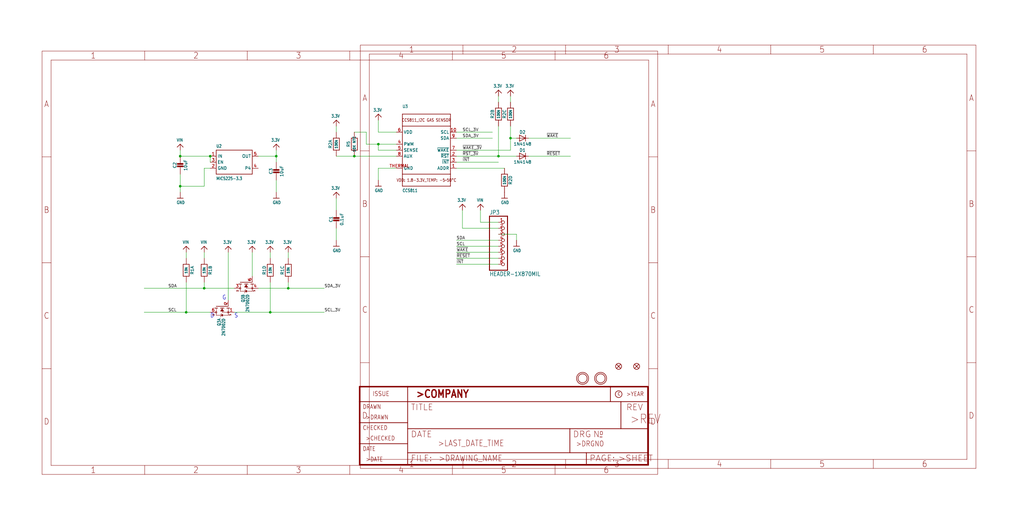
<source format=kicad_sch>
(kicad_sch (version 20211123) (generator eeschema)
  (paper "User" 433.07 220.421)
  (lib_symbols
    (symbol "schematicEagle-eagle-import:3.3V" (power)
      (property "Value" "3.3V" (at -1.524 1.016 0))
      (symbol "3.3V_1_0"
        (polyline (pts (xy -1.27 -1.27) (xy 0 0)) (stroke (width 0.254)))
        (polyline (pts (xy 0 0) (xy 1.27 -1.27)) (stroke (width 0.254)))
        (pin power_in line (at 0 -2.54 90) (length 2.54) (name "3.3V") (number "1"))
      )
    )
    (symbol "schematicEagle-eagle-import:CAP_CERAMIC0603_NO"
      (property "Reference" "C" (at -2.29 1.25 90))
      (property "Value" "CAP_CERAMIC0603_NO" (at 2.3 1.25 90))
      (symbol "CAP_CERAMIC0603_NO_1_0"
        (rectangle (start -1.27 0.508) (end 1.27 1.016) (fill (type outline)))
        (rectangle (start -1.27 1.524) (end 1.27 2.032) (fill (type outline)))
        (polyline (pts (xy 0 0.762) (xy 0 0)) (stroke (width 0.1524)))
        (polyline (pts (xy 0 2.54) (xy 0 1.778)) (stroke (width 0.1524)))
        (pin passive line (at 0 5.08 270) (length 2.54) (name "1") (number "1"))
        (pin passive line (at 0 -2.54 90) (length 2.54) (name "2") (number "2"))
      )
    )
    (symbol "schematicEagle-eagle-import:CAP_CERAMIC0805-NOOUTLINE"
      (property "Reference" "C" (at -2.29 1.25 90))
      (property "Value" "CAP_CERAMIC0805-NOOUTLINE" (at 2.3 1.25 90))
      (symbol "CAP_CERAMIC0805-NOOUTLINE_1_0"
        (rectangle (start -1.27 0.508) (end 1.27 1.016) (fill (type outline)))
        (rectangle (start -1.27 1.524) (end 1.27 2.032) (fill (type outline)))
        (polyline (pts (xy 0 0.762) (xy 0 0)) (stroke (width 0.1524)))
        (polyline (pts (xy 0 2.54) (xy 0 1.778)) (stroke (width 0.1524)))
        (pin passive line (at 0 5.08 270) (length 2.54) (name "1") (number "1"))
        (pin passive line (at 0 -2.54 90) (length 2.54) (name "2") (number "2"))
      )
    )
    (symbol "schematicEagle-eagle-import:CCS811"
      (property "Reference" "U" (at -10.16 17.78 0))
      (property "Value" "CCS811" (at -10.16 -17.78 0))
      (symbol "CCS811_1_0"
        (polyline (pts (xy -10.16 -15.24) (xy 10.16 -15.24)) (stroke (width 0.254)))
        (polyline (pts (xy -10.16 -10.16) (xy -10.16 -15.24)) (stroke (width 0.254)))
        (polyline (pts (xy -10.16 -10.16) (xy -10.16 10.16)) (stroke (width 0.254)))
        (polyline (pts (xy -10.16 10.16) (xy -10.16 15.24)) (stroke (width 0.254)))
        (polyline (pts (xy -10.16 10.16) (xy 10.16 10.16)) (stroke (width 0.254)))
        (polyline (pts (xy -10.16 15.24) (xy 10.16 15.24)) (stroke (width 0.254)))
        (polyline (pts (xy 10.16 -15.24) (xy 10.16 -10.16)) (stroke (width 0.254)))
        (polyline (pts (xy 10.16 -10.16) (xy -10.16 -10.16)) (stroke (width 0.254)))
        (polyline (pts (xy 10.16 10.16) (xy 10.16 -10.16)) (stroke (width 0.254)))
        (polyline (pts (xy 10.16 15.24) (xy 10.16 10.16)) (stroke (width 0.254)))
        (text "CCS811_I2C GAS SENSOR" (at 0 12.7 0) (effects (font (size 1.27 1.0795))))
        (text "VDD: 1.8-3.3V_TEMP: -5~50°C" (at 0 -12.7 0) (effects (font (size 1.27 1.0795))))
        (pin input line (at 12.7 -7.62 180) (length 2.54) (name "ADDR") (number "1"))
        (pin bidirectional line (at 12.7 7.62 180) (length 2.54) (name "SCL") (number "10"))
        (pin input line (at 12.7 -2.54 180) (length 2.54) (name "~{RST}") (number "2"))
        (pin output line (at 12.7 -5.08 180) (length 2.54) (name "~{INT}") (number "3"))
        (pin output line (at -12.7 2.54 0) (length 2.54) (name "PWM") (number "4"))
        (pin input line (at -12.7 0 0) (length 2.54) (name "SENSE") (number "5"))
        (pin power_in line (at -12.7 7.62 0) (length 2.54) (name "VDD") (number "6"))
        (pin input line (at 12.7 0 180) (length 2.54) (name "~{WAKE}") (number "7"))
        (pin passive line (at -12.7 -2.54 0) (length 2.54) (name "AUX") (number "8"))
        (pin bidirectional line (at 12.7 5.08 180) (length 2.54) (name "SDA") (number "9"))
        (pin power_in line (at -12.7 -7.62 0) (length 2.54) (name "GND") (number "THERMAL"))
      )
    )
    (symbol "schematicEagle-eagle-import:DIODESOD-323"
      (property "Reference" "D" (at 0 2.54 0))
      (property "Value" "DIODESOD-323" (at 0 -2.5 0))
      (symbol "DIODESOD-323_1_0"
        (polyline (pts (xy -1.27 -1.27) (xy 1.27 0)) (stroke (width 0.254)))
        (polyline (pts (xy -1.27 1.27) (xy -1.27 -1.27)) (stroke (width 0.254)))
        (polyline (pts (xy 1.27 0) (xy -1.27 1.27)) (stroke (width 0.254)))
        (polyline (pts (xy 1.27 0) (xy 1.27 -1.27)) (stroke (width 0.254)))
        (polyline (pts (xy 1.27 1.27) (xy 1.27 0)) (stroke (width 0.254)))
        (pin passive line (at -2.54 0 0) (length 2.54) (name "A") (number "A"))
        (pin passive line (at 2.54 0 180) (length 2.54) (name "C") (number "C"))
      )
    )
    (symbol "schematicEagle-eagle-import:FIDUCIAL_1MM"
      (symbol "FIDUCIAL_1MM_1_0"
        (polyline (pts (xy -0.762 0.762) (xy 0.762 -0.762)) (stroke (width 0.254)))
        (polyline (pts (xy 0.762 0.762) (xy -0.762 -0.762)) (stroke (width 0.254)))
        (circle (center 0 0) (radius 1.27) (stroke (width 0.254)))
      )
    )
    (symbol "schematicEagle-eagle-import:FRAME_A4"
      (symbol "FRAME_A4_0_0"
        (polyline (pts (xy 0 44.7675) (xy 3.81 44.7675)))
        (polyline (pts (xy 0 89.535) (xy 3.81 89.535)))
        (polyline (pts (xy 0 134.3025) (xy 3.81 134.3025)))
        (polyline (pts (xy 3.81 3.81) (xy 3.81 175.26)))
        (polyline (pts (xy 43.3917 0) (xy 43.3917 3.81)))
        (polyline (pts (xy 43.3917 175.26) (xy 43.3917 179.07)))
        (polyline (pts (xy 86.7833 0) (xy 86.7833 3.81)))
        (polyline (pts (xy 86.7833 175.26) (xy 86.7833 179.07)))
        (polyline (pts (xy 130.175 0) (xy 130.175 3.81)))
        (polyline (pts (xy 130.175 175.26) (xy 130.175 179.07)))
        (polyline (pts (xy 173.5667 0) (xy 173.5667 3.81)))
        (polyline (pts (xy 173.5667 175.26) (xy 173.5667 179.07)))
        (polyline (pts (xy 216.9583 0) (xy 216.9583 3.81)))
        (polyline (pts (xy 216.9583 175.26) (xy 216.9583 179.07)))
        (polyline (pts (xy 256.54 3.81) (xy 3.81 3.81)))
        (polyline (pts (xy 256.54 3.81) (xy 256.54 175.26)))
        (polyline (pts (xy 256.54 44.7675) (xy 260.35 44.7675)))
        (polyline (pts (xy 256.54 89.535) (xy 260.35 89.535)))
        (polyline (pts (xy 256.54 134.3025) (xy 260.35 134.3025)))
        (polyline (pts (xy 256.54 175.26) (xy 3.81 175.26)))
        (polyline (pts (xy 0 0) (xy 260.35 0) (xy 260.35 179.07) (xy 0 179.07) (xy 0 0)))
        (text "1" (at 21.6958 1.905 0) (effects (font (size 2.54 2.286))))
        (text "1" (at 21.6958 177.165 0) (effects (font (size 2.54 2.286))))
        (text "2" (at 65.0875 1.905 0) (effects (font (size 2.54 2.286))))
        (text "2" (at 65.0875 177.165 0) (effects (font (size 2.54 2.286))))
        (text "3" (at 108.4792 1.905 0) (effects (font (size 2.54 2.286))))
        (text "3" (at 108.4792 177.165 0) (effects (font (size 2.54 2.286))))
        (text "4" (at 151.8708 1.905 0) (effects (font (size 2.54 2.286))))
        (text "4" (at 151.8708 177.165 0) (effects (font (size 2.54 2.286))))
        (text "5" (at 195.2625 1.905 0) (effects (font (size 2.54 2.286))))
        (text "5" (at 195.2625 177.165 0) (effects (font (size 2.54 2.286))))
        (text "6" (at 238.6542 1.905 0) (effects (font (size 2.54 2.286))))
        (text "6" (at 238.6542 177.165 0) (effects (font (size 2.54 2.286))))
        (text "A" (at 1.905 156.6863 0) (effects (font (size 2.54 2.286))))
        (text "A" (at 258.445 156.6863 0) (effects (font (size 2.54 2.286))))
        (text "B" (at 1.905 111.9188 0) (effects (font (size 2.54 2.286))))
        (text "B" (at 258.445 111.9188 0) (effects (font (size 2.54 2.286))))
        (text "C" (at 1.905 67.1513 0) (effects (font (size 2.54 2.286))))
        (text "C" (at 258.445 67.1513 0) (effects (font (size 2.54 2.286))))
        (text "D" (at 1.905 22.3838 0) (effects (font (size 2.54 2.286))))
        (text "D" (at 258.445 22.3838 0) (effects (font (size 2.54 2.286))))
      )
      (symbol "FRAME_A4_1_0"
        (polyline (pts (xy 256.54 3.81) (xy 256.54 8.89)) (stroke (width 0.1016)))
        (polyline (pts (xy 256.54 8.89) (xy 256.54 13.97)) (stroke (width 0.1016)))
        (polyline (pts (xy 256.54 13.97) (xy 256.54 19.05)) (stroke (width 0.1016)))
        (polyline (pts (xy 256.54 19.05) (xy 256.54 36.83)) (stroke (width 0.1016)))
      )
      (symbol "FRAME_A4_2_0"
        (polyline (pts (xy -0.3048 1.5748) (xy 20.0152 1.5748)) (stroke (width 0.6096)))
        (polyline (pts (xy -0.3048 10.4648) (xy -0.3048 1.5748)) (stroke (width 0.6096)))
        (polyline (pts (xy -0.3048 10.4648) (xy 20.0152 10.4648)) (stroke (width 0.3048)))
        (polyline (pts (xy -0.3048 19.3548) (xy -0.3048 10.4648)) (stroke (width 0.6096)))
        (polyline (pts (xy -0.3048 19.3548) (xy 20.0152 19.3548)) (stroke (width 0.3048)))
        (polyline (pts (xy -0.3048 28.2448) (xy -0.3048 19.3548)) (stroke (width 0.6096)))
        (polyline (pts (xy -0.3048 28.2448) (xy 20.0152 28.2448)) (stroke (width 0.3048)))
        (polyline (pts (xy -0.3048 34.5948) (xy -0.3048 28.2448)) (stroke (width 0.6096)))
        (polyline (pts (xy 20.0152 1.5748) (xy 20.0152 6.6548)) (stroke (width 0.3048)))
        (polyline (pts (xy 20.0152 1.5748) (xy 95.5802 1.5748)) (stroke (width 0.6096)))
        (polyline (pts (xy 20.0152 6.6548) (xy 20.0152 10.4648)) (stroke (width 0.3048)))
        (polyline (pts (xy 20.0152 6.6548) (xy 88.5952 6.6548)) (stroke (width 0.3048)))
        (polyline (pts (xy 20.0152 10.4648) (xy 20.0152 16.8148)) (stroke (width 0.3048)))
        (polyline (pts (xy 20.0152 16.8148) (xy 20.0152 19.3548)) (stroke (width 0.3048)))
        (polyline (pts (xy 20.0152 19.3548) (xy 20.0152 28.2448)) (stroke (width 0.3048)))
        (polyline (pts (xy 20.0152 28.2448) (xy 20.0152 34.5948)) (stroke (width 0.3048)))
        (polyline (pts (xy 20.0152 28.2448) (xy 105.7402 28.2448)) (stroke (width 0.3048)))
        (polyline (pts (xy 20.0152 34.5948) (xy -0.3048 34.5948)) (stroke (width 0.6096)))
        (polyline (pts (xy 88.5952 6.6548) (xy 95.5802 6.6548)) (stroke (width 0.3048)))
        (polyline (pts (xy 88.5952 16.8148) (xy 20.0152 16.8148)) (stroke (width 0.3048)))
        (polyline (pts (xy 88.5952 16.8148) (xy 88.5952 6.6548)) (stroke (width 0.3048)))
        (polyline (pts (xy 95.5802 1.5748) (xy 121.6152 1.5748)) (stroke (width 0.6096)))
        (polyline (pts (xy 95.5802 6.6548) (xy 95.5802 1.5748)) (stroke (width 0.3048)))
        (polyline (pts (xy 95.5802 6.6548) (xy 121.6152 6.6548)) (stroke (width 0.3048)))
        (polyline (pts (xy 101.2952 13.3223) (xy 102.2477 13.3223)) (stroke (width 0.254)))
        (polyline (pts (xy 105.7402 28.2448) (xy 105.7402 34.5948)) (stroke (width 0.3048)))
        (polyline (pts (xy 105.7402 28.2448) (xy 110.1852 28.2448)) (stroke (width 0.3048)))
        (polyline (pts (xy 105.7402 34.5948) (xy 20.0152 34.5948)) (stroke (width 0.6096)))
        (polyline (pts (xy 110.1852 16.8148) (xy 88.5952 16.8148)) (stroke (width 0.3048)))
        (polyline (pts (xy 110.1852 28.2448) (xy 110.1852 16.8148)) (stroke (width 0.3048)))
        (polyline (pts (xy 110.1852 28.2448) (xy 121.6152 28.2448)) (stroke (width 0.3048)))
        (polyline (pts (xy 121.6152 6.6548) (xy 121.6152 1.5748)) (stroke (width 0.6096)))
        (polyline (pts (xy 121.6152 16.8148) (xy 110.1852 16.8148)) (stroke (width 0.3048)))
        (polyline (pts (xy 121.6152 16.8148) (xy 121.6152 6.6548)) (stroke (width 0.6096)))
        (polyline (pts (xy 121.6152 28.2448) (xy 121.6152 16.8148)) (stroke (width 0.6096)))
        (polyline (pts (xy 121.6152 34.5948) (xy 105.7402 34.5948)) (stroke (width 0.6096)))
        (polyline (pts (xy 121.6152 34.5948) (xy 121.6152 28.2448)) (stroke (width 0.6096)))
        (circle (center 109.2327 31.4198) (radius 1.4199) (stroke (width 0.254)))
        (text ">CHECKED" (at 2.2352 11.7348 0) (effects (font (size 1.778 1.5113)) (justify left bottom)))
        (text ">COMPANY" (at 23.349 29.6735 0) (effects (font (size 3.175 2.6987) (thickness 0.5397) bold) (justify left bottom)))
        (text ">DATE" (at 2.2352 2.8448 0) (effects (font (size 1.778 1.5113)) (justify left bottom)))
        (text ">DRAWING_NAME" (at 33.0327 2.8448 0) (effects (font (size 2.54 2.159)) (justify left bottom)))
        (text ">DRAWN" (at 2.2352 20.6248 0) (effects (font (size 1.778 1.5113)) (justify left bottom)))
        (text ">DRGNO" (at 91.1352 9.1948 0) (effects (font (size 2.1844 1.8567)) (justify left bottom)))
        (text ">LAST_DATE_TIME" (at 32.7152 9.1948 0) (effects (font (size 2.54 2.159)) (justify left bottom)))
        (text ">REV" (at 113.9952 18.7198 0) (effects (font (size 3.81 3.2385)) (justify left bottom)))
        (text ">SHEET" (at 108.9152 2.8448 0) (effects (font (size 2.54 2.54)) (justify left bottom)))
        (text ">YEAR" (at 112.4077 30.4673 0) (effects (font (size 1.778 1.5113)) (justify left bottom)))
        (text "C" (at 108.7564 30.7848 0) (effects (font (size 1.27 1.0795)) (justify left bottom)))
        (text "CHECKED" (at 0.9652 16.1798 0) (effects (font (size 1.778 1.5113)) (justify left bottom)))
        (text "DATE" (at 0.9652 7.2898 0) (effects (font (size 1.778 1.5113)) (justify left bottom)))
        (text "DATE" (at 21.2852 13.0048 0) (effects (font (size 2.54 2.54)) (justify left bottom)))
        (text "DRAWN" (at 0.9652 25.0698 0) (effects (font (size 1.778 1.5113)) (justify left bottom)))
        (text "DRG" (at 89.8652 13.0048 0) (effects (font (size 2.54 2.54)) (justify left bottom)))
        (text "FILE:" (at 21.2852 2.8448 0) (effects (font (size 2.54 2.54)) (justify left bottom)))
        (text "ISSUE" (at 5.0927 30.4673 0) (effects (font (size 1.9304 1.6408)) (justify left bottom)))
        (text "N" (at 98.4377 13.0048 0) (effects (font (size 2.54 2.54)) (justify left bottom)))
        (text "o" (at 100.9777 13.9573 0) (effects (font (size 2.1844 1.8567)) (justify left bottom)))
        (text "PAGE:" (at 96.8502 2.8448 0) (effects (font (size 2.54 2.54)) (justify left bottom)))
        (text "REV" (at 112.4077 24.4348 0) (effects (font (size 2.54 2.54)) (justify left bottom)))
        (text "TITLE" (at 21.2852 24.4348 0) (effects (font (size 2.54 2.54)) (justify left bottom)))
      )
    )
    (symbol "schematicEagle-eagle-import:GND" (power)
      (property "Value" "GND" (at -1.524 -2.54 0))
      (symbol "GND_1_0"
        (polyline (pts (xy -1.27 0) (xy 1.27 0)) (stroke (width 0.254)))
        (pin power_in line (at 0 2.54 270) (length 2.54) (name "GND") (number "1"))
      )
    )
    (symbol "schematicEagle-eagle-import:HEADER-1X870MIL"
      (property "Reference" "JP" (at -6.35 13.335 0))
      (property "Value" "HEADER-1X870MIL" (at -6.35 -12.7 0))
      (symbol "HEADER-1X870MIL_1_0"
        (polyline (pts (xy -6.35 -10.16) (xy 1.27 -10.16)) (stroke (width 0.4064)))
        (polyline (pts (xy -6.35 12.7) (xy -6.35 -10.16)) (stroke (width 0.4064)))
        (polyline (pts (xy 1.27 -10.16) (xy 1.27 12.7)) (stroke (width 0.4064)))
        (polyline (pts (xy 1.27 12.7) (xy -6.35 12.7)) (stroke (width 0.4064)))
        (pin passive inverted (at -2.54 10.16 0) (length 2.54) (name "1") (number "1"))
        (pin passive inverted (at -2.54 7.62 0) (length 2.54) (name "2") (number "2"))
        (pin passive inverted (at -2.54 5.08 0) (length 2.54) (name "3") (number "3"))
        (pin passive inverted (at -2.54 2.54 0) (length 2.54) (name "4") (number "4"))
        (pin passive inverted (at -2.54 0 0) (length 2.54) (name "5") (number "5"))
        (pin passive inverted (at -2.54 -2.54 0) (length 2.54) (name "6") (number "6"))
        (pin passive inverted (at -2.54 -5.08 0) (length 2.54) (name "7") (number "7"))
        (pin passive inverted (at -2.54 -7.62 0) (length 2.54) (name "8") (number "8"))
      )
    )
    (symbol "schematicEagle-eagle-import:MOSFET-N_DUAL"
      (property "Reference" "Q" (at 5.08 0.635 0))
      (property "Value" "MOSFET-N_DUAL" (at 5.08 -1.27 0))
      (symbol "MOSFET-N_DUAL_1_0"
        (polyline (pts (xy 0 2.54) (xy 0 -2.54)) (stroke (width 0.254)))
        (polyline (pts (xy 0.762 -2.54) (xy 0.762 -3.175)) (stroke (width 0.254)))
        (polyline (pts (xy 0.762 -1.905) (xy 0.762 -2.54)) (stroke (width 0.254)))
        (polyline (pts (xy 0.762 0) (xy 0.762 -0.762)) (stroke (width 0.254)))
        (polyline (pts (xy 0.762 0) (xy 2.54 0)) (stroke (width 0.1524)))
        (polyline (pts (xy 0.762 0.762) (xy 0.762 0)) (stroke (width 0.254)))
        (polyline (pts (xy 0.762 2.54) (xy 0.762 1.905)) (stroke (width 0.254)))
        (polyline (pts (xy 0.762 2.54) (xy 3.81 2.54)) (stroke (width 0.1524)))
        (polyline (pts (xy 0.762 3.175) (xy 0.762 2.54)) (stroke (width 0.254)))
        (polyline (pts (xy 2.54 -2.54) (xy 0.762 -2.54)) (stroke (width 0.1524)))
        (polyline (pts (xy 2.54 -2.54) (xy 3.81 -2.54)) (stroke (width 0.1524)))
        (polyline (pts (xy 2.54 0) (xy 2.54 -2.54)) (stroke (width 0.1524)))
        (polyline (pts (xy 3.302 0.508) (xy 3.048 0.254)) (stroke (width 0.1524)))
        (polyline (pts (xy 3.81 0.508) (xy 3.302 0.508)) (stroke (width 0.1524)))
        (polyline (pts (xy 3.81 0.508) (xy 3.81 -2.54)) (stroke (width 0.1524)))
        (polyline (pts (xy 3.81 2.54) (xy 3.81 0.508)) (stroke (width 0.1524)))
        (polyline (pts (xy 4.318 0.508) (xy 3.81 0.508)) (stroke (width 0.1524)))
        (polyline (pts (xy 4.572 0.762) (xy 4.318 0.508)) (stroke (width 0.1524)))
        (polyline (pts (xy 1.016 0) (xy 2.032 0.762) (xy 2.032 -0.762)) (fill (type outline)))
        (polyline (pts (xy 3.81 0.508) (xy 3.302 -0.254) (xy 4.318 -0.254)) (fill (type outline)))
        (circle (center 2.54 -2.54) (radius 0.3592))
        (circle (center 2.54 2.54) (radius 0.3592))
        (text "D" (at 3.175 3.175 0) (effects (font (size 0.8128 0.6908)) (justify left bottom)))
        (text "G" (at -1.27 -1.905 0) (effects (font (size 0.8128 0.6908)) (justify left bottom)))
        (text "S" (at 3.175 -3.81 0) (effects (font (size 0.8128 0.6908)) (justify left bottom)))
        (pin bidirectional line (at 2.54 -5.08 90) (length 2.54) (name "S") (number "1"))
        (pin bidirectional line (at -2.54 -2.54 0) (length 2.54) (name "G") (number "2"))
        (pin bidirectional line (at 2.54 5.08 270) (length 2.54) (name "D") (number "6"))
      )
      (symbol "MOSFET-N_DUAL_2_0"
        (polyline (pts (xy 0 2.54) (xy 0 -2.54)) (stroke (width 0.254)))
        (polyline (pts (xy 0.762 -2.54) (xy 0.762 -3.175)) (stroke (width 0.254)))
        (polyline (pts (xy 0.762 -1.905) (xy 0.762 -2.54)) (stroke (width 0.254)))
        (polyline (pts (xy 0.762 0) (xy 0.762 -0.762)) (stroke (width 0.254)))
        (polyline (pts (xy 0.762 0) (xy 2.54 0)) (stroke (width 0.1524)))
        (polyline (pts (xy 0.762 0.762) (xy 0.762 0)) (stroke (width 0.254)))
        (polyline (pts (xy 0.762 2.54) (xy 0.762 1.905)) (stroke (width 0.254)))
        (polyline (pts (xy 0.762 2.54) (xy 3.81 2.54)) (stroke (width 0.1524)))
        (polyline (pts (xy 0.762 3.175) (xy 0.762 2.54)) (stroke (width 0.254)))
        (polyline (pts (xy 2.54 -2.54) (xy 0.762 -2.54)) (stroke (width 0.1524)))
        (polyline (pts (xy 2.54 -2.54) (xy 3.81 -2.54)) (stroke (width 0.1524)))
        (polyline (pts (xy 2.54 0) (xy 2.54 -2.54)) (stroke (width 0.1524)))
        (polyline (pts (xy 3.302 0.508) (xy 3.048 0.254)) (stroke (width 0.1524)))
        (polyline (pts (xy 3.81 0.508) (xy 3.302 0.508)) (stroke (width 0.1524)))
        (polyline (pts (xy 3.81 0.508) (xy 3.81 -2.54)) (stroke (width 0.1524)))
        (polyline (pts (xy 3.81 2.54) (xy 3.81 0.508)) (stroke (width 0.1524)))
        (polyline (pts (xy 4.318 0.508) (xy 3.81 0.508)) (stroke (width 0.1524)))
        (polyline (pts (xy 4.572 0.762) (xy 4.318 0.508)) (stroke (width 0.1524)))
        (polyline (pts (xy 1.016 0) (xy 2.032 0.762) (xy 2.032 -0.762)) (fill (type outline)))
        (polyline (pts (xy 3.81 0.508) (xy 3.302 -0.254) (xy 4.318 -0.254)) (fill (type outline)))
        (circle (center 2.54 -2.54) (radius 0.3592))
        (circle (center 2.54 2.54) (radius 0.3592))
        (text "D" (at 3.175 3.175 0) (effects (font (size 0.8128 0.6908)) (justify left bottom)))
        (text "G" (at -1.27 -1.905 0) (effects (font (size 0.8128 0.6908)) (justify left bottom)))
        (text "S" (at 3.175 -3.81 0) (effects (font (size 0.8128 0.6908)) (justify left bottom)))
        (pin bidirectional line (at 2.54 5.08 270) (length 2.54) (name "D") (number "3"))
        (pin bidirectional line (at 2.54 -5.08 90) (length 2.54) (name "S") (number "4"))
        (pin bidirectional line (at -2.54 -2.54 0) (length 2.54) (name "G") (number "5"))
      )
    )
    (symbol "schematicEagle-eagle-import:MOUNTINGHOLE2.5"
      (symbol "MOUNTINGHOLE2.5_1_0"
        (circle (center 0 0) (radius 1.905) (stroke (width 0.254)))
        (circle (center 0 0) (radius 2.54) (stroke (width 0.254)))
      )
    )
    (symbol "schematicEagle-eagle-import:RESISTOR_0402"
      (property "Reference" "R" (at 0 2.54 0))
      (property "Value" "RESISTOR_0402" (at 0 0 0))
      (symbol "RESISTOR_0402_1_0"
        (polyline (pts (xy -2.54 -1.27) (xy -2.54 1.27)) (stroke (width 0.254)))
        (polyline (pts (xy -2.54 1.27) (xy 2.54 1.27)) (stroke (width 0.254)))
        (polyline (pts (xy 2.54 -1.27) (xy -2.54 -1.27)) (stroke (width 0.254)))
        (polyline (pts (xy 2.54 1.27) (xy 2.54 -1.27)) (stroke (width 0.254)))
        (pin passive line (at -5.08 0 0) (length 2.54) (name "1") (number "1"))
        (pin passive line (at 5.08 0 180) (length 2.54) (name "2") (number "2"))
      )
    )
    (symbol "schematicEagle-eagle-import:RESISTOR_4PACK"
      (property "Reference" "R" (at 0 2.54 0))
      (property "Value" "RESISTOR_4PACK" (at 0 0 0))
      (symbol "RESISTOR_4PACK_1_0"
        (polyline (pts (xy -2.54 -1.27) (xy -2.54 1.27)) (stroke (width 0.254)))
        (polyline (pts (xy -2.54 1.27) (xy 2.54 1.27)) (stroke (width 0.254)))
        (polyline (pts (xy 2.54 -1.27) (xy -2.54 -1.27)) (stroke (width 0.254)))
        (polyline (pts (xy 2.54 1.27) (xy 2.54 -1.27)) (stroke (width 0.254)))
        (pin passive line (at -5.08 0 0) (length 2.54) (name "1") (number "1"))
        (pin passive line (at 5.08 0 180) (length 2.54) (name "2") (number "8"))
      )
      (symbol "RESISTOR_4PACK_2_0"
        (polyline (pts (xy -2.54 -1.27) (xy -2.54 1.27)) (stroke (width 0.254)))
        (polyline (pts (xy -2.54 1.27) (xy 2.54 1.27)) (stroke (width 0.254)))
        (polyline (pts (xy 2.54 -1.27) (xy -2.54 -1.27)) (stroke (width 0.254)))
        (polyline (pts (xy 2.54 1.27) (xy 2.54 -1.27)) (stroke (width 0.254)))
        (pin passive line (at -5.08 0 0) (length 2.54) (name "1") (number "2"))
        (pin passive line (at 5.08 0 180) (length 2.54) (name "2") (number "7"))
      )
      (symbol "RESISTOR_4PACK_3_0"
        (polyline (pts (xy -2.54 -1.27) (xy -2.54 1.27)) (stroke (width 0.254)))
        (polyline (pts (xy -2.54 1.27) (xy 2.54 1.27)) (stroke (width 0.254)))
        (polyline (pts (xy 2.54 -1.27) (xy -2.54 -1.27)) (stroke (width 0.254)))
        (polyline (pts (xy 2.54 1.27) (xy 2.54 -1.27)) (stroke (width 0.254)))
        (pin passive line (at -5.08 0 0) (length 2.54) (name "1") (number "3"))
        (pin passive line (at 5.08 0 180) (length 2.54) (name "2") (number "6"))
      )
      (symbol "RESISTOR_4PACK_4_0"
        (polyline (pts (xy -2.54 -1.27) (xy -2.54 1.27)) (stroke (width 0.254)))
        (polyline (pts (xy -2.54 1.27) (xy 2.54 1.27)) (stroke (width 0.254)))
        (polyline (pts (xy 2.54 -1.27) (xy -2.54 -1.27)) (stroke (width 0.254)))
        (polyline (pts (xy 2.54 1.27) (xy 2.54 -1.27)) (stroke (width 0.254)))
        (pin passive line (at -5.08 0 0) (length 2.54) (name "1") (number "4"))
        (pin passive line (at 5.08 0 180) (length 2.54) (name "2") (number "5"))
      )
    )
    (symbol "schematicEagle-eagle-import:VIN" (power)
      (property "Value" "VIN" (at -1.524 1.016 0))
      (symbol "VIN_1_0"
        (polyline (pts (xy -1.27 -1.27) (xy 0 0)) (stroke (width 0.254)))
        (polyline (pts (xy 0 0) (xy 1.27 -1.27)) (stroke (width 0.254)))
        (pin power_in line (at 0 -2.54 90) (length 2.54) (name "VIN") (number "1"))
      )
    )
    (symbol "schematicEagle-eagle-import:VREG_SOT23-5"
      (property "Reference" "U" (at -7.62 6.096 0))
      (property "Value" "VREG_SOT23-5" (at -7.62 -7.62 0))
      (symbol "VREG_SOT23-5_1_0"
        (polyline (pts (xy -7.62 -5.08) (xy -7.62 5.08)) (stroke (width 0.254)))
        (polyline (pts (xy -7.62 5.08) (xy 7.62 5.08)) (stroke (width 0.254)))
        (polyline (pts (xy 7.62 -5.08) (xy -7.62 -5.08)) (stroke (width 0.254)))
        (polyline (pts (xy 7.62 5.08) (xy 7.62 -5.08)) (stroke (width 0.254)))
        (pin power_in line (at -10.16 2.54 0) (length 2.54) (name "IN") (number "1"))
        (pin power_in line (at -10.16 -2.54 0) (length 2.54) (name "GND") (number "2"))
        (pin input line (at -10.16 0 0) (length 2.54) (name "EN") (number "3"))
        (pin bidirectional line (at 10.16 -2.54 180) (length 2.54) (name "P4") (number "4"))
        (pin power_in line (at 10.16 2.54 180) (length 2.54) (name "OUT") (number "5"))
      )
    )
  )
  (junction (at 116.84 66.04))
  (junction (at 160.02 60.96))
  (junction (at 210.82 66.04))
  (junction (at 88.9 66.04))
  (junction (at 76.2 66.04))
  (junction (at 149.86 66.04))
  (junction (at 114.3 132.08))
  (junction (at 215.9 58.42))
  (junction (at 121.92 121.92))
  (junction (at 76.2 78.74))
  (junction (at 86.36 121.92))
  (junction (at 78.74 132.08))
  (wire (pts (xy 160.02 60.96) (xy 160.02 63.5)))
  (wire (pts (xy 193.04 68.58) (xy 210.82 68.58)))
  (wire (pts (xy 86.36 78.74) (xy 76.2 78.74)))
  (wire (pts (xy 76.2 78.74) (xy 76.2 81.28)))
  (wire (pts (xy 106.68 116.84) (xy 106.68 106.68)))
  (wire (pts (xy 210.82 66.04) (xy 218.44 66.04)))
  (wire (pts (xy 76.2 78.74) (xy 76.2 73.66)))
  (wire (pts (xy 223.52 58.42) (xy 241.3 58.42)))
  (wire (pts (xy 142.24 83.82) (xy 142.24 88.9)))
  (wire (pts (xy 167.64 60.96) (xy 160.02 60.96)))
  (wire (pts (xy 195.58 96.52) (xy 195.58 88.9)))
  (wire (pts (xy 149.86 66.04) (xy 142.24 66.04)))
  (wire (pts (xy 116.84 66.04) (xy 116.84 68.58)))
  (wire (pts (xy 121.92 119.38) (xy 121.92 121.92)))
  (wire (pts (xy 86.36 119.38) (xy 86.36 121.92)))
  (wire (pts (xy 213.36 71.12) (xy 193.04 71.12)))
  (wire (pts (xy 167.64 55.88) (xy 160.02 55.88)))
  (wire (pts (xy 88.9 68.58) (xy 88.9 66.04)))
  (wire (pts (xy 160.02 63.5) (xy 167.64 63.5)))
  (wire (pts (xy 142.24 96.52) (xy 142.24 101.6)))
  (wire (pts (xy 96.52 127) (xy 96.52 106.68)))
  (wire (pts (xy 215.9 63.5) (xy 215.9 58.42)))
  (wire (pts (xy 86.36 109.22) (xy 86.36 106.68)))
  (wire (pts (xy 193.04 66.04) (xy 210.82 66.04)))
  (wire (pts (xy 160.02 55.88) (xy 160.02 50.8)))
  (wire (pts (xy 109.22 121.92) (xy 121.92 121.92)))
  (wire (pts (xy 88.9 71.12) (xy 86.36 71.12)))
  (wire (pts (xy 154.94 55.88) (xy 154.94 60.96)))
  (wire (pts (xy 76.2 63.5) (xy 76.2 66.04)))
  (wire (pts (xy 215.9 40.64) (xy 215.9 43.18)))
  (wire (pts (xy 215.9 58.42) (xy 218.44 58.42)))
  (wire (pts (xy 167.64 71.12) (xy 160.02 71.12)))
  (wire (pts (xy 210.82 109.22) (xy 193.04 109.22)))
  (wire (pts (xy 78.74 106.68) (xy 78.74 109.22)))
  (wire (pts (xy 88.9 132.08) (xy 78.74 132.08)))
  (wire (pts (xy 109.22 66.04) (xy 116.84 66.04)))
  (wire (pts (xy 208.28 55.88) (xy 193.04 55.88)))
  (wire (pts (xy 116.84 66.04) (xy 116.84 63.5)))
  (wire (pts (xy 121.92 121.92) (xy 137.16 121.92)))
  (wire (pts (xy 114.3 119.38) (xy 114.3 132.08)))
  (wire (pts (xy 210.82 53.34) (xy 210.82 66.04)))
  (wire (pts (xy 210.82 99.06) (xy 218.44 99.06)))
  (wire (pts (xy 193.04 104.14) (xy 210.82 104.14)))
  (wire (pts (xy 193.04 111.76) (xy 210.82 111.76)))
  (wire (pts (xy 193.04 63.5) (xy 215.9 63.5)))
  (wire (pts (xy 218.44 99.06) (xy 218.44 101.6)))
  (wire (pts (xy 114.3 132.08) (xy 137.16 132.08)))
  (wire (pts (xy 210.82 40.64) (xy 210.82 43.18)))
  (wire (pts (xy 193.04 101.6) (xy 210.82 101.6)))
  (wire (pts (xy 203.2 93.98) (xy 203.2 88.9)))
  (wire (pts (xy 210.82 96.52) (xy 195.58 96.52)))
  (wire (pts (xy 78.74 132.08) (xy 60.96 132.08)))
  (wire (pts (xy 86.36 71.12) (xy 86.36 78.74)))
  (wire (pts (xy 160.02 71.12) (xy 160.02 76.2)))
  (wire (pts (xy 223.52 66.04) (xy 241.3 66.04)))
  (wire (pts (xy 193.04 58.42) (xy 208.28 58.42)))
  (wire (pts (xy 167.64 66.04) (xy 149.86 66.04)))
  (wire (pts (xy 88.9 66.04) (xy 76.2 66.04)))
  (wire (pts (xy 149.86 55.88) (xy 154.94 55.88)))
  (wire (pts (xy 78.74 119.38) (xy 78.74 132.08)))
  (wire (pts (xy 116.84 76.2) (xy 116.84 81.28)))
  (wire (pts (xy 114.3 109.22) (xy 114.3 106.68)))
  (wire (pts (xy 142.24 55.88) (xy 142.24 53.34)))
  (wire (pts (xy 99.06 132.08) (xy 114.3 132.08)))
  (wire (pts (xy 154.94 60.96) (xy 160.02 60.96)))
  (wire (pts (xy 86.36 121.92) (xy 60.96 121.92)))
  (wire (pts (xy 99.06 121.92) (xy 86.36 121.92)))
  (wire (pts (xy 215.9 53.34) (xy 215.9 58.42)))
  (wire (pts (xy 210.82 93.98) (xy 203.2 93.98)))
  (wire (pts (xy 121.92 109.22) (xy 121.92 106.68)))
  (wire (pts (xy 210.82 106.68) (xy 193.04 106.68)))
  (text "D" (at 88.9 134.62 180) (effects (font (size 1.778 1.5113)) (justify left bottom)))
  (text "S" (at 99.06 134.62 180) (effects (font (size 1.778 1.5113)) (justify left bottom)))
  (text "G" (at 93.98 127 180) (effects (font (size 1.778 1.5113)) (justify left bottom)))
  (label "~{RESET}" (at 193.04 109.22 0) (effects (font (size 1.2446 1.2446))))
  (label "~{WAKE_3V}" (at 195.58 63.5 0) (effects (font (size 1.2446 1.2446))))
  (label "SDA_3V" (at 195.58 58.42 0) (effects (font (size 1.2446 1.2446))))
  (label "SCL_3V" (at 195.58 55.88 0) (effects (font (size 1.2446 1.2446))))
  (label "~{INT}" (at 193.04 111.76 0) (effects (font (size 1.2446 1.2446))))
  (label "SCL_3V" (at 137.16 132.08 0) (effects (font (size 1.2446 1.2446))))
  (label "~{WAKE}" (at 231.14 58.42 0) (effects (font (size 1.2446 1.2446))))
  (label "SDA" (at 71.12 121.92 0) (effects (font (size 1.2446 1.2446))))
  (label "~{WAKE}" (at 193.04 106.68 0) (effects (font (size 1.2446 1.2446))))
  (label "SCL" (at 71.12 132.08 0) (effects (font (size 1.2446 1.2446))))
  (label "SDA_3V" (at 137.16 121.92 0) (effects (font (size 1.2446 1.2446))))
  (label "~{RST_3V}" (at 195.58 66.04 0) (effects (font (size 1.2446 1.2446))))
  (label "~{RESET}" (at 231.14 66.04 0) (effects (font (size 1.2446 1.2446))))
  (label "SCL" (at 193.04 104.14 0) (effects (font (size 1.2446 1.2446))))
  (label "SDA" (at 193.04 101.6 0) (effects (font (size 1.2446 1.2446))))
  (label "~{INT}" (at 195.58 68.58 0) (effects (font (size 1.2446 1.2446))))
  (symbol (lib_id "schematicEagle-eagle-import:GND") (at 142.24 104.14 0) (unit 1)
    (property "Reference" "#U$6" (effects hide))
    (property "Value" "GND" (at 140.716 106.68 0) (effects (font (size 1.27 1.0795)) (justify left bottom)))
    (property "Footprint" "schematicEagle:" (effects hide))
  )
  (symbol (lib_id "schematicEagle-eagle-import:3.3V") (at 210.82 38.1 0) (mirror y) (unit 1)
    (property "Reference" "#U$24" (effects hide))
    (property "Value" "3.3V" (at 212.344 37.084 0) (effects (font (size 1.27 1.0795)) (justify left bottom)))
    (property "Footprint" "schematicEagle:" (effects hide))
  )
  (symbol (lib_id "schematicEagle-eagle-import:FRAME_A4") (at 152.4 198.12 0) (unit 2)
    (property "Reference" "#FRAME1" (effects hide))
    (property "Value" "FRAME_A4" (effects hide))
    (property "Footprint" "schematicEagle:" (effects hide))
  )
  (symbol (lib_id "schematicEagle-eagle-import:RESISTOR_4PACK") (at 213.36 76.2 270) (unit 4)
    (property "Reference" "R2" (at 215.9 76.2 0))
    (property "Value" "100k" (at 213.36 76.2 0) (effects (font (size 1.016 1.016) bold)))
    (property "Footprint" "schematicEagle:RESPACK_4X0603" (effects hide))
  )
  (symbol (lib_id "schematicEagle-eagle-import:VIN") (at 203.2 86.36 0) (unit 1)
    (property "Reference" "#U$21" (effects hide))
    (property "Value" "VIN" (at 201.676 85.344 0) (effects (font (size 1.27 1.0795)) (justify left bottom)))
    (property "Footprint" "schematicEagle:" (effects hide))
  )
  (symbol (lib_id "schematicEagle-eagle-import:3.3V") (at 195.58 86.36 0) (mirror y) (unit 1)
    (property "Reference" "#U$19" (effects hide))
    (property "Value" "3.3V" (at 197.104 85.344 0) (effects (font (size 1.27 1.0795)) (justify left bottom)))
    (property "Footprint" "schematicEagle:" (effects hide))
  )
  (symbol (lib_id "schematicEagle-eagle-import:MOSFET-N_DUAL") (at 93.98 129.54 90) (mirror x) (unit 1)
    (property "Reference" "Q3" (at 93.345 134.62 0) (effects (font (size 1.27 1.0795)) (justify left bottom)))
    (property "Value" "2N7002D" (at 95.25 134.62 0) (effects (font (size 1.27 1.0795)) (justify left bottom)))
    (property "Footprint" "schematicEagle:SOT363" (effects hide))
  )
  (symbol (lib_id "schematicEagle-eagle-import:GND") (at 213.36 83.82 0) (unit 1)
    (property "Reference" "#U$23" (effects hide))
    (property "Value" "GND" (at 211.836 86.36 0) (effects (font (size 1.27 1.0795)) (justify left bottom)))
    (property "Footprint" "schematicEagle:" (effects hide))
  )
  (symbol (lib_id "schematicEagle-eagle-import:CAP_CERAMIC0805-NOOUTLINE") (at 76.2 71.12 0) (unit 1)
    (property "Reference" "C2" (at 73.91 69.87 90))
    (property "Value" "10uF" (at 78.5 69.87 90))
    (property "Footprint" "schematicEagle:0805-NO" (effects hide))
  )
  (symbol (lib_id "schematicEagle-eagle-import:GND") (at 218.44 104.14 0) (unit 1)
    (property "Reference" "#U$7" (effects hide))
    (property "Value" "GND" (at 216.916 106.68 0) (effects (font (size 1.27 1.0795)) (justify left bottom)))
    (property "Footprint" "schematicEagle:" (effects hide))
  )
  (symbol (lib_id "schematicEagle-eagle-import:HEADER-1X870MIL") (at 213.36 104.14 0) (unit 1)
    (property "Reference" "JP3" (at 207.01 90.805 0) (effects (font (size 1.778 1.5113)) (justify left bottom)))
    (property "Value" "HEADER-1X870MIL" (at 207.01 116.84 0) (effects (font (size 1.778 1.5113)) (justify left bottom)))
    (property "Footprint" "schematicEagle:1X08_ROUND_70" (effects hide))
  )
  (symbol (lib_id "schematicEagle-eagle-import:DIODESOD-323") (at 220.98 66.04 0) (unit 1)
    (property "Reference" "D1" (at 220.98 63.5 0))
    (property "Value" "1N4148" (at 220.98 68.54 0))
    (property "Footprint" "schematicEagle:SOD-323" (effects hide))
  )
  (symbol (lib_id "schematicEagle-eagle-import:3.3V") (at 160.02 48.26 0) (mirror y) (unit 1)
    (property "Reference" "#U$22" (effects hide))
    (property "Value" "3.3V" (at 161.544 47.244 0) (effects (font (size 1.27 1.0795)) (justify left bottom)))
    (property "Footprint" "schematicEagle:" (effects hide))
  )
  (symbol (lib_id "schematicEagle-eagle-import:GND") (at 76.2 83.82 0) (unit 1)
    (property "Reference" "#U$13" (effects hide))
    (property "Value" "GND" (at 74.676 86.36 0) (effects (font (size 1.27 1.0795)) (justify left bottom)))
    (property "Footprint" "schematicEagle:" (effects hide))
  )
  (symbol (lib_id "schematicEagle-eagle-import:VIN") (at 78.74 104.14 0) (unit 1)
    (property "Reference" "#U$17" (effects hide))
    (property "Value" "VIN" (at 77.216 103.124 0) (effects (font (size 1.27 1.0795)) (justify left bottom)))
    (property "Footprint" "schematicEagle:" (effects hide))
  )
  (symbol (lib_id "schematicEagle-eagle-import:3.3V") (at 121.92 104.14 0) (mirror y) (unit 1)
    (property "Reference" "#U$10" (effects hide))
    (property "Value" "3.3V" (at 123.444 103.124 0) (effects (font (size 1.27 1.0795)) (justify left bottom)))
    (property "Footprint" "schematicEagle:" (effects hide))
  )
  (symbol (lib_id "schematicEagle-eagle-import:VIN") (at 86.36 104.14 0) (unit 1)
    (property "Reference" "#U$16" (effects hide))
    (property "Value" "VIN" (at 84.836 103.124 0) (effects (font (size 1.27 1.0795)) (justify left bottom)))
    (property "Footprint" "schematicEagle:" (effects hide))
  )
  (symbol (lib_id "schematicEagle-eagle-import:RESISTOR_4PACK") (at 114.3 114.3 90) (mirror x) (unit 4)
    (property "Reference" "R1" (at 111.76 114.3 0))
    (property "Value" "10k" (at 114.3 114.3 0) (effects (font (size 1.016 1.016) bold)))
    (property "Footprint" "schematicEagle:RESPACK_4X0603" (effects hide))
  )
  (symbol (lib_id "schematicEagle-eagle-import:3.3V") (at 114.3 104.14 0) (mirror y) (unit 1)
    (property "Reference" "#U$11" (effects hide))
    (property "Value" "3.3V" (at 115.824 103.124 0) (effects (font (size 1.27 1.0795)) (justify left bottom)))
    (property "Footprint" "schematicEagle:" (effects hide))
  )
  (symbol (lib_id "schematicEagle-eagle-import:RESISTOR_4PACK") (at 142.24 60.96 90) (unit 1)
    (property "Reference" "R2" (at 139.7 60.96 0))
    (property "Value" "100k" (at 142.24 60.96 0) (effects (font (size 1.016 1.016) bold)))
    (property "Footprint" "schematicEagle:RESPACK_4X0603" (effects hide))
  )
  (symbol (lib_id "schematicEagle-eagle-import:GND") (at 160.02 78.74 0) (unit 1)
    (property "Reference" "#U$2" (effects hide))
    (property "Value" "GND" (at 158.496 81.28 0) (effects (font (size 1.27 1.0795)) (justify left bottom)))
    (property "Footprint" "schematicEagle:" (effects hide))
  )
  (symbol (lib_id "schematicEagle-eagle-import:MOSFET-N_DUAL") (at 104.14 119.38 90) (mirror x) (unit 2)
    (property "Reference" "Q3" (at 103.505 124.46 0) (effects (font (size 1.27 1.0795)) (justify left bottom)))
    (property "Value" "2N7002D" (at 105.41 124.46 0) (effects (font (size 1.27 1.0795)) (justify left bottom)))
    (property "Footprint" "schematicEagle:SOT363" (effects hide))
  )
  (symbol (lib_id "schematicEagle-eagle-import:FIDUCIAL_1MM") (at 269.24 154.94 0) (unit 1)
    (property "Reference" "FID1" (effects hide))
    (property "Value" "FIDUCIAL_1MM" (effects hide))
    (property "Footprint" "schematicEagle:FIDUCIAL_1MM" (effects hide))
  )
  (symbol (lib_id "schematicEagle-eagle-import:3.3V") (at 215.9 38.1 0) (mirror y) (unit 1)
    (property "Reference" "#U$25" (effects hide))
    (property "Value" "3.3V" (at 217.424 37.084 0) (effects (font (size 1.27 1.0795)) (justify left bottom)))
    (property "Footprint" "schematicEagle:" (effects hide))
  )
  (symbol (lib_id "schematicEagle-eagle-import:RESISTOR_4PACK") (at 86.36 114.3 270) (unit 2)
    (property "Reference" "R1" (at 88.9 114.3 0))
    (property "Value" "10k" (at 86.36 114.3 0) (effects (font (size 1.016 1.016) bold)))
    (property "Footprint" "schematicEagle:RESPACK_4X0603" (effects hide))
  )
  (symbol (lib_id "schematicEagle-eagle-import:CCS811") (at 180.34 63.5 0) (unit 1)
    (property "Reference" "U3" (at 170.18 45.72 0) (effects (font (size 1.27 1.0795)) (justify left bottom)))
    (property "Value" "CCS811" (at 170.18 81.28 0) (effects (font (size 1.27 1.0795)) (justify left bottom)))
    (property "Footprint" "schematicEagle:CCS811" (effects hide))
  )
  (symbol (lib_id "schematicEagle-eagle-import:3.3V") (at 96.52 104.14 0) (mirror y) (unit 1)
    (property "Reference" "#U$12" (effects hide))
    (property "Value" "3.3V" (at 98.044 103.124 0) (effects (font (size 1.27 1.0795)) (justify left bottom)))
    (property "Footprint" "schematicEagle:" (effects hide))
  )
  (symbol (lib_id "schematicEagle-eagle-import:3.3V") (at 106.68 104.14 0) (mirror y) (unit 1)
    (property "Reference" "#U$14" (effects hide))
    (property "Value" "3.3V" (at 108.204 103.124 0) (effects (font (size 1.27 1.0795)) (justify left bottom)))
    (property "Footprint" "schematicEagle:" (effects hide))
  )
  (symbol (lib_id "schematicEagle-eagle-import:FRAME_A4") (at 17.78 200.66 0) (unit 1)
    (property "Reference" "#FRAME1" (effects hide))
    (property "Value" "FRAME_A4" (effects hide))
    (property "Footprint" "schematicEagle:" (effects hide))
  )
  (symbol (lib_id "schematicEagle-eagle-import:VIN") (at 76.2 60.96 0) (unit 1)
    (property "Reference" "#U$20" (effects hide))
    (property "Value" "VIN" (at 74.676 59.944 0) (effects (font (size 1.27 1.0795)) (justify left bottom)))
    (property "Footprint" "schematicEagle:" (effects hide))
  )
  (symbol (lib_id "schematicEagle-eagle-import:FIDUCIAL_1MM") (at 261.62 154.94 0) (unit 1)
    (property "Reference" "FID2" (effects hide))
    (property "Value" "FIDUCIAL_1MM" (effects hide))
    (property "Footprint" "schematicEagle:FIDUCIAL_1MM" (effects hide))
  )
  (symbol (lib_id "schematicEagle-eagle-import:CAP_CERAMIC0603_NO") (at 142.24 93.98 0) (unit 1)
    (property "Reference" "C1" (at 139.95 92.73 90))
    (property "Value" "0.1uF" (at 144.54 92.73 90))
    (property "Footprint" "schematicEagle:0603-NO" (effects hide))
  )
  (symbol (lib_id "schematicEagle-eagle-import:RESISTOR_4PACK") (at 121.92 114.3 90) (mirror x) (unit 3)
    (property "Reference" "R1" (at 119.38 114.3 0))
    (property "Value" "10k" (at 121.92 114.3 0) (effects (font (size 1.016 1.016) bold)))
    (property "Footprint" "schematicEagle:RESPACK_4X0603" (effects hide))
  )
  (symbol (lib_id "schematicEagle-eagle-import:RESISTOR_4PACK") (at 78.74 114.3 270) (unit 1)
    (property "Reference" "R1" (at 81.28 114.3 0))
    (property "Value" "10k" (at 78.74 114.3 0) (effects (font (size 1.016 1.016) bold)))
    (property "Footprint" "schematicEagle:RESPACK_4X0603" (effects hide))
  )
  (symbol (lib_id "schematicEagle-eagle-import:MOUNTINGHOLE2.5") (at 246.38 160.02 0) (unit 1)
    (property "Reference" "U$4" (effects hide))
    (property "Value" "MOUNTINGHOLE2.5" (effects hide))
    (property "Footprint" "schematicEagle:MOUNTINGHOLE_2.5_PLATED" (effects hide))
  )
  (symbol (lib_id "schematicEagle-eagle-import:3.3V") (at 142.24 50.8 0) (mirror y) (unit 1)
    (property "Reference" "#U$9" (effects hide))
    (property "Value" "3.3V" (at 143.764 49.784 0) (effects (font (size 1.27 1.0795)) (justify left bottom)))
    (property "Footprint" "schematicEagle:" (effects hide))
  )
  (symbol (lib_id "schematicEagle-eagle-import:MOUNTINGHOLE2.5") (at 254 160.02 0) (unit 1)
    (property "Reference" "U$3" (effects hide))
    (property "Value" "MOUNTINGHOLE2.5" (effects hide))
    (property "Footprint" "schematicEagle:MOUNTINGHOLE_2.5_PLATED" (effects hide))
  )
  (symbol (lib_id "schematicEagle-eagle-import:VREG_SOT23-5") (at 99.06 68.58 0) (unit 1)
    (property "Reference" "U2" (at 91.44 62.484 0) (effects (font (size 1.27 1.0795)) (justify left bottom)))
    (property "Value" "MIC5225-3.3" (at 91.44 76.2 0) (effects (font (size 1.27 1.0795)) (justify left bottom)))
    (property "Footprint" "schematicEagle:SOT23-5" (effects hide))
  )
  (symbol (lib_id "schematicEagle-eagle-import:GND") (at 116.84 83.82 0) (unit 1)
    (property "Reference" "#U$5" (effects hide))
    (property "Value" "GND" (at 115.316 86.36 0) (effects (font (size 1.27 1.0795)) (justify left bottom)))
    (property "Footprint" "schematicEagle:" (effects hide))
  )
  (symbol (lib_id "schematicEagle-eagle-import:RESISTOR_4PACK") (at 210.82 48.26 90) (unit 2)
    (property "Reference" "R2" (at 208.28 48.26 0))
    (property "Value" "100k" (at 210.82 48.26 0) (effects (font (size 1.016 1.016) bold)))
    (property "Footprint" "schematicEagle:RESPACK_4X0603" (effects hide))
  )
  (symbol (lib_id "schematicEagle-eagle-import:RESISTOR_0402") (at 149.86 60.96 90) (unit 1)
    (property "Reference" "R5" (at 147.32 60.96 0))
    (property "Value" "10K NTC" (at 149.86 60.96 0) (effects (font (size 1.016 1.016) bold)))
    (property "Footprint" "schematicEagle:_0402" (effects hide))
  )
  (symbol (lib_id "schematicEagle-eagle-import:3.3V") (at 116.84 60.96 0) (mirror y) (unit 1)
    (property "Reference" "#U$18" (effects hide))
    (property "Value" "3.3V" (at 118.364 59.944 0) (effects (font (size 1.27 1.0795)) (justify left bottom)))
    (property "Footprint" "schematicEagle:" (effects hide))
  )
  (symbol (lib_id "schematicEagle-eagle-import:3.3V") (at 142.24 81.28 0) (mirror y) (unit 1)
    (property "Reference" "#U$15" (effects hide))
    (property "Value" "3.3V" (at 143.764 80.264 0) (effects (font (size 1.27 1.0795)) (justify left bottom)))
    (property "Footprint" "schematicEagle:" (effects hide))
  )
  (symbol (lib_id "schematicEagle-eagle-import:DIODESOD-323") (at 220.98 58.42 0) (unit 1)
    (property "Reference" "D2" (at 220.98 55.88 0))
    (property "Value" "1N4148" (at 220.98 60.92 0))
    (property "Footprint" "schematicEagle:SOD-323" (effects hide))
  )
  (symbol (lib_id "schematicEagle-eagle-import:RESISTOR_4PACK") (at 215.9 48.26 90) (unit 3)
    (property "Reference" "R2" (at 213.36 48.26 0))
    (property "Value" "100k" (at 215.9 48.26 0) (effects (font (size 1.016 1.016) bold)))
    (property "Footprint" "schematicEagle:RESPACK_4X0603" (effects hide))
  )
  (symbol (lib_id "schematicEagle-eagle-import:CAP_CERAMIC0805-NOOUTLINE") (at 116.84 73.66 0) (unit 1)
    (property "Reference" "C3" (at 114.55 72.41 90))
    (property "Value" "10uF" (at 119.14 72.41 90))
    (property "Footprint" "schematicEagle:0805-NO" (effects hide))
  )
)
</source>
